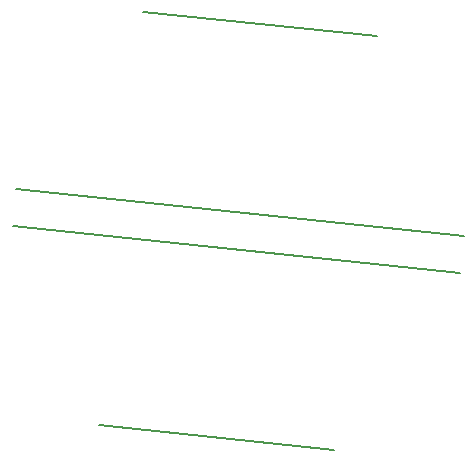
<source format=gbr>
%TF.GenerationSoftware,KiCad,Pcbnew,(6.0.4-0)*%
%TF.CreationDate,2022-05-17T19:51:51+02:00*%
%TF.ProjectId,battoota,62617474-6f6f-4746-912e-6b696361645f,v1.0.0*%
%TF.SameCoordinates,Original*%
%TF.FileFunction,Other,Comment*%
%FSLAX46Y46*%
G04 Gerber Fmt 4.6, Leading zero omitted, Abs format (unit mm)*
G04 Created by KiCad (PCBNEW (6.0.4-0)) date 2022-05-17 19:51:51*
%MOMM*%
%LPD*%
G01*
G04 APERTURE LIST*
%ADD10C,0.200000*%
G04 APERTURE END LIST*
D10*
%TO.C,REF\u002A\u002A*%
X125048701Y83796624D02*
X87157416Y87779158D01*
X125347875Y86900821D02*
X87456591Y90883355D01*
X118055224Y103837427D02*
X98164786Y105927996D01*
X114375822Y68830256D02*
X94485384Y70920825D01*
%TD*%
M02*

</source>
